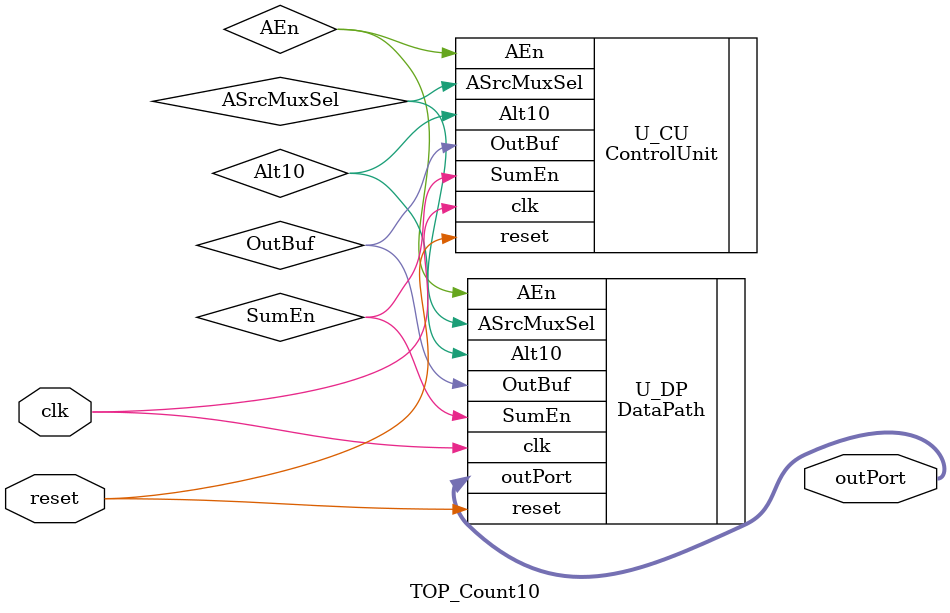
<source format=sv>
`timescale 1ns / 1ps

module TOP_Count10(
    input logic clk,
    input logic reset,
    output logic [7:0] outPort
    );

    wire ASrcMuxSel, AEn, Alt10, OutBuf, SumEn;

    DataPath U_DP(
        .clk(clk),
        .reset(reset),
        .ASrcMuxSel(ASrcMuxSel),
        .AEn(AEn),
        .Alt10(Alt10),
        .OutBuf(OutBuf),
        .SumEn(SumEn),
        .outPort(outPort)
    );

    ControlUnit U_CU(
        .clk(clk),
        .reset(reset),
        .ASrcMuxSel(ASrcMuxSel),
        .AEn(AEn),
        .Alt10(Alt10),
        .OutBuf(OutBuf),
        .SumEn(SumEn)
    );

endmodule

</source>
